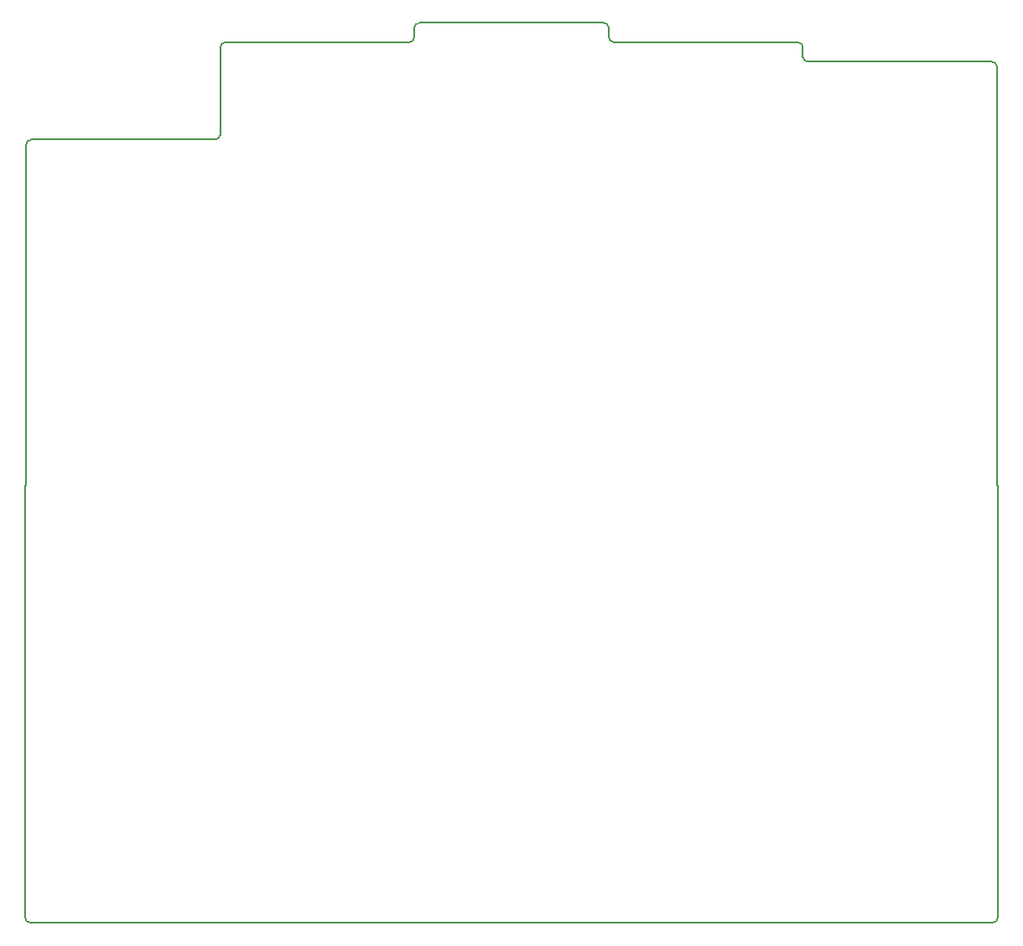
<source format=gbr>
%TF.GenerationSoftware,KiCad,Pcbnew,7.0.0*%
%TF.CreationDate,2023-03-01T18:30:01+00:00*%
%TF.ProjectId,chips-34,63686970-732d-4333-942e-6b696361645f,v1.0.0*%
%TF.SameCoordinates,Original*%
%TF.FileFunction,Profile,NP*%
%FSLAX46Y46*%
G04 Gerber Fmt 4.6, Leading zero omitted, Abs format (unit mm)*
G04 Created by KiCad (PCBNEW 7.0.0) date 2023-03-01 18:30:01*
%MOMM*%
%LPD*%
G01*
G04 APERTURE LIST*
%TA.AperFunction,Profile*%
%ADD10C,0.150000*%
%TD*%
G04 APERTURE END LIST*
D10*
X203335000Y-91440000D02*
G75*
G03*
X203835000Y-90940000I0J500000D01*
G01*
X166335000Y-100965000D02*
G75*
G03*
X165835000Y-101465000I0J-500000D01*
G01*
X241385000Y-91440000D02*
X223385000Y-91440000D01*
X185335000Y-91440000D02*
G75*
G03*
X184835000Y-91940000I0J-500000D01*
G01*
X165735000Y-134778750D02*
X165735000Y-177141250D01*
X260885000Y-93845000D02*
G75*
G03*
X260385000Y-93345000I-500000J0D01*
G01*
X260885000Y-134778750D02*
X260885000Y-93845000D01*
X260385000Y-93345000D02*
X242385000Y-93345000D01*
X222885000Y-90940000D02*
X222885000Y-90035000D01*
X222885000Y-90940000D02*
G75*
G03*
X223385000Y-91440000I500000J0D01*
G01*
X165835000Y-134778750D02*
X165835000Y-101465000D01*
X203335000Y-91440000D02*
X185335000Y-91440000D01*
X241885000Y-92845000D02*
G75*
G03*
X242385000Y-93345000I500000J0D01*
G01*
X184835000Y-91940000D02*
X184835000Y-100465000D01*
X260985000Y-134778750D02*
X260885000Y-134778750D01*
X166235000Y-177641250D02*
X260485000Y-177641250D01*
X184335000Y-100965000D02*
G75*
G03*
X184835000Y-100465000I0J500000D01*
G01*
X241885000Y-91940000D02*
G75*
G03*
X241385000Y-91440000I-500000J0D01*
G01*
X222385000Y-89535000D02*
X204335000Y-89535000D01*
X203835000Y-90035000D02*
X203835000Y-90940000D01*
X204335000Y-89535000D02*
G75*
G03*
X203835000Y-90035000I0J-500000D01*
G01*
X260985000Y-177141250D02*
X260985000Y-134778750D01*
X165734950Y-177141250D02*
G75*
G03*
X166235000Y-177641250I500050J50D01*
G01*
X222885000Y-90035000D02*
G75*
G03*
X222385000Y-89535000I-500000J0D01*
G01*
X165835000Y-134778750D02*
X165735000Y-134778750D01*
X184335000Y-100965000D02*
X166335000Y-100965000D01*
X260485000Y-177641200D02*
G75*
G03*
X260985000Y-177141250I0J500000D01*
G01*
X241885000Y-92845000D02*
X241885000Y-91940000D01*
M02*

</source>
